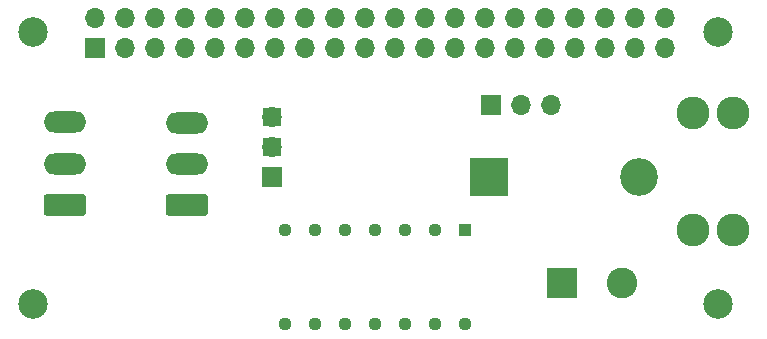
<source format=gbs>
%TF.GenerationSoftware,KiCad,Pcbnew,(6.0.4)*%
%TF.CreationDate,2022-04-01T13:13:12+01:00*%
%TF.ProjectId,Basic_2ch_Hat,42617369-635f-4326-9368-5f4861742e6b,rev?*%
%TF.SameCoordinates,Original*%
%TF.FileFunction,Soldermask,Bot*%
%TF.FilePolarity,Negative*%
%FSLAX46Y46*%
G04 Gerber Fmt 4.6, Leading zero omitted, Abs format (unit mm)*
G04 Created by KiCad (PCBNEW (6.0.4)) date 2022-04-01 13:13:12*
%MOMM*%
%LPD*%
G01*
G04 APERTURE LIST*
G04 Aperture macros list*
%AMRoundRect*
0 Rectangle with rounded corners*
0 $1 Rounding radius*
0 $2 $3 $4 $5 $6 $7 $8 $9 X,Y pos of 4 corners*
0 Add a 4 corners polygon primitive as box body*
4,1,4,$2,$3,$4,$5,$6,$7,$8,$9,$2,$3,0*
0 Add four circle primitives for the rounded corners*
1,1,$1+$1,$2,$3*
1,1,$1+$1,$4,$5*
1,1,$1+$1,$6,$7*
1,1,$1+$1,$8,$9*
0 Add four rect primitives between the rounded corners*
20,1,$1+$1,$2,$3,$4,$5,0*
20,1,$1+$1,$4,$5,$6,$7,0*
20,1,$1+$1,$6,$7,$8,$9,0*
20,1,$1+$1,$8,$9,$2,$3,0*%
G04 Aperture macros list end*
%ADD10RoundRect,0.250000X1.550000X-0.650000X1.550000X0.650000X-1.550000X0.650000X-1.550000X-0.650000X0*%
%ADD11O,3.600000X1.800000*%
%ADD12R,1.130000X1.130000*%
%ADD13C,1.130000*%
%ADD14R,3.200000X3.200000*%
%ADD15O,3.200000X3.200000*%
%ADD16R,2.600000X2.600000*%
%ADD17C,2.600000*%
%ADD18R,1.700000X1.700000*%
%ADD19O,1.700000X1.700000*%
%ADD20C,2.500000*%
%ADD21C,2.780000*%
%ADD22R,1.524000X1.524000*%
G04 APERTURE END LIST*
D10*
%TO.C,J2*%
X167156000Y-39624000D03*
D11*
X167156000Y-36124000D03*
X167156000Y-32624000D03*
%TD*%
D10*
%TO.C,J1*%
X156825700Y-39601300D03*
D11*
X156825700Y-36101300D03*
X156825700Y-32601300D03*
%TD*%
D12*
%TO.C,IC1*%
X190703200Y-41750000D03*
D13*
X188163200Y-41750000D03*
X185623200Y-41750000D03*
X183083200Y-41750000D03*
X180543200Y-41750000D03*
X178003200Y-41750000D03*
X175463200Y-41750000D03*
X175463200Y-49690000D03*
X178003200Y-49690000D03*
X180543200Y-49690000D03*
X183083200Y-49690000D03*
X185623200Y-49690000D03*
X188163200Y-49690000D03*
X190703200Y-49690000D03*
%TD*%
D14*
%TO.C,D20*%
X192735200Y-37185600D03*
D15*
X205435200Y-37185600D03*
%TD*%
D16*
%TO.C,J23*%
X198922000Y-46228200D03*
D17*
X203922000Y-46228200D03*
%TD*%
D18*
%TO.C,JP1*%
X192902600Y-31140400D03*
D19*
X195442600Y-31140400D03*
X197982600Y-31140400D03*
%TD*%
D20*
%TO.C,H4*%
X212095200Y-47960400D03*
%TD*%
%TO.C,H2*%
X212095200Y-24960400D03*
%TD*%
%TO.C,H1*%
X154095200Y-24960400D03*
%TD*%
D21*
%TO.C,F18*%
X213356800Y-41739200D03*
X209956800Y-41739200D03*
X209956800Y-31819200D03*
X213356800Y-31819200D03*
%TD*%
D22*
%TO.C,U2*%
X174294800Y-32156400D03*
X174294800Y-34696400D03*
X174294800Y-37236400D03*
%TD*%
D20*
%TO.C,H3*%
X154095200Y-47960400D03*
%TD*%
D18*
%TO.C,J4*%
X174294800Y-37221400D03*
D19*
X174294800Y-34681400D03*
X174294800Y-32141400D03*
%TD*%
D18*
%TO.C,J3*%
X159312000Y-26314400D03*
D19*
X159312000Y-23774400D03*
X161852000Y-26314400D03*
X161852000Y-23774400D03*
X164392000Y-26314400D03*
X164392000Y-23774400D03*
X166932000Y-26314400D03*
X166932000Y-23774400D03*
X169472000Y-26314400D03*
X169472000Y-23774400D03*
X172012000Y-26314400D03*
X172012000Y-23774400D03*
X174552000Y-26314400D03*
X174552000Y-23774400D03*
X177092000Y-26314400D03*
X177092000Y-23774400D03*
X179632000Y-26314400D03*
X179632000Y-23774400D03*
X182172000Y-26314400D03*
X182172000Y-23774400D03*
X184712000Y-26314400D03*
X184712000Y-23774400D03*
X187252000Y-26314400D03*
X187252000Y-23774400D03*
X189792000Y-26314400D03*
X189792000Y-23774400D03*
X192332000Y-26314400D03*
X192332000Y-23774400D03*
X194872000Y-26314400D03*
X194872000Y-23774400D03*
X197412000Y-26314400D03*
X197412000Y-23774400D03*
X199952000Y-26314400D03*
X199952000Y-23774400D03*
X202492000Y-26314400D03*
X202492000Y-23774400D03*
X205032000Y-26314400D03*
X205032000Y-23774400D03*
X207572000Y-26314400D03*
X207572000Y-23774400D03*
%TD*%
M02*

</source>
